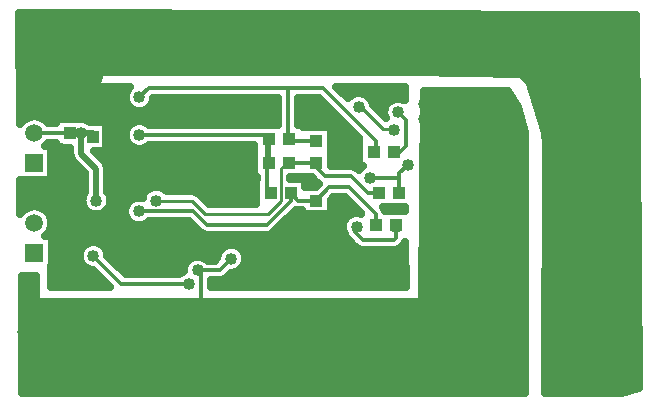
<source format=gbl>
G04 DipTrace 3.0.0.2*
G04 silbasmp6531BIG.GBL*
%MOIN*%
G04 #@! TF.FileFunction,Copper,L2,Bot*
G04 #@! TF.Part,Single*
G04 #@! TA.AperFunction,Conductor*
%ADD10C,0.009843*%
%ADD14C,0.012992*%
%ADD15C,0.019685*%
G04 #@! TA.AperFunction,CopperBalancing*
%ADD16C,0.025*%
%ADD17R,0.03937X0.043307*%
G04 #@! TA.AperFunction,ComponentPad*
%ADD19C,0.062992*%
%ADD20R,0.062992X0.062992*%
%ADD22R,0.043307X0.03937*%
G04 #@! TA.AperFunction,ComponentPad*
%ADD24R,0.059055X0.059055*%
%ADD25C,0.059055*%
%ADD27R,0.19685X0.19685*%
G04 #@! TA.AperFunction,ViaPad*
%ADD37C,0.04*%
%FSLAX26Y26*%
G04*
G70*
G90*
G75*
G01*
G04 Bottom*
%LPD*%
X1699814Y1293925D2*
D10*
Y1295278D1*
X1662318D1*
X1587325Y1370270D1*
X1581076D1*
X1716748Y1082801D2*
D14*
Y1149730D1*
X1743559Y1176541D1*
X1716748Y1082801D2*
Y1133085D1*
X1617727D1*
X612428Y820328D2*
D10*
X624928D1*
X981672Y977797D2*
X930794Y926919D1*
X749915Y932816D2*
Y864075D1*
X868651Y870323D2*
X856154D1*
X849904Y876572D1*
X656173Y1345273D2*
X687420D1*
X682984Y1349709D1*
X694576Y1338117D1*
X693669Y1337210D1*
X682984Y1349709D2*
X618677D1*
X1443591Y1314026D2*
X1468588Y1339024D1*
X1180192Y1054159D2*
Y1132795D1*
X1449840Y828890D2*
Y820328D1*
X1387346D1*
X1368598Y839076D1*
X1506084Y1182790D2*
D14*
Y1257782D1*
X1439155Y1057803D2*
X1379283D1*
X1354286Y1082801D1*
Y1056307D1*
X1274541Y976562D1*
X1074879D1*
X1029748Y1021693D1*
X848795D1*
X1637320Y976562D2*
Y1014058D1*
X1549829Y1101549D1*
X1482900D1*
X1439155Y1057803D1*
X1706063Y970312D2*
X1704249D1*
Y976562D1*
X1574827Y970312D2*
X1568577D1*
Y951564D1*
X1593575Y926567D1*
X1699814D1*
X1706063Y932816D1*
Y974748D1*
X1704249Y976562D1*
X656173Y1282780D2*
X618677D1*
X656173D2*
D15*
X693669D1*
Y1270281D1*
X706168Y1057803D2*
Y1164042D1*
X656173Y1214037D1*
Y1282780D1*
X1015022Y779219D2*
D14*
X790046D1*
X696306Y872959D1*
X618677Y1282780D2*
X499950D1*
X499940Y1282790D1*
X1698000Y1220286D2*
X1718562D1*
X1737310Y1239034D1*
Y1326525D1*
X1712312Y1351522D1*
X1156121Y864073D2*
X1116873Y824825D1*
X1055713D1*
X1044345D1*
X1055713D2*
Y682424D1*
X1037383Y664094D1*
X1043633D1*
X1348037Y1182790D2*
D10*
X1339975D1*
X1321364Y1164178D1*
Y1057604D1*
X1277818Y1014058D1*
X1068630D1*
X1024885Y1057803D1*
X906147D1*
X1439155Y1182790D2*
D14*
X1348037D1*
X1649819Y1082801D2*
X1612323D1*
X1556079Y1139045D1*
X1468588D1*
X1437341Y1170291D1*
Y1180976D1*
X1439155Y1182790D1*
Y1257782D2*
X1354286D1*
X1348037Y1264031D1*
X849903Y1401517D2*
X881150Y1432764D1*
X1345168D1*
X1462339D1*
X1637320Y1257782D1*
Y1220286D1*
X1631071D1*
X1345168Y1432764D2*
Y1266900D1*
X1348037Y1264031D1*
X1281108D2*
X1274858D1*
Y1082801D1*
X1287357D1*
X1281108Y1182790D2*
Y1264031D1*
X849903Y1276530D2*
X1274858D1*
Y1264031D1*
D37*
X1699814Y1293925D3*
X1581076Y1370270D3*
X1743559Y1176541D3*
X1617727Y1133085D3*
X612428Y820328D3*
X981672Y977797D3*
X749915Y932816D3*
X868651Y870323D3*
X656173Y1345273D3*
X1443591Y1314026D3*
X1180192Y1054159D3*
X1449840Y828890D3*
X848795Y1021693D3*
X1706063Y970312D3*
X1574827D3*
X656173Y1282780D3*
D3*
X706168Y1057803D3*
X656173Y1282780D3*
X1015022Y779219D3*
X696306Y872959D3*
X1712312Y1351522D3*
X1156121Y864073D3*
X1044345Y824825D3*
X906147Y1057803D3*
X849903Y1401517D3*
Y1276530D3*
X1853412Y1330138D3*
X1903406D3*
X1797168Y1380134D3*
Y1330138D3*
X1965899D3*
X2022143D3*
X2072139Y1386382D3*
Y1330138D3*
X2067665Y1051812D3*
X512438Y682843D3*
X749913Y1657740D3*
X787409Y1651491D3*
X2283891Y1384175D3*
X2230348Y1321669D3*
X2286605D3*
X2342655Y1321203D3*
X2405154D3*
X2463420Y1321184D3*
X837404Y1651491D3*
X881150D3*
X924895D3*
X968640D3*
X1028451Y492726D3*
X2340585Y1384175D3*
X2230348D3*
X1078451Y492726D3*
X2067665Y995563D3*
Y933063D3*
X2084636Y442731D3*
X1128451Y492726D3*
X1178451D3*
X1228450D3*
X1278450D3*
X1328450D3*
X1378451D3*
X1811417Y870562D3*
X2002067Y870711D3*
X1939567D3*
X1870818Y870710D3*
X2234622Y930180D3*
Y880181D3*
X2284622Y880180D3*
X2349745Y439118D3*
X2384622Y880180D3*
X2434621D3*
X1018635Y1651491D3*
X1428451Y492726D3*
X1478451D3*
X1056131Y1645241D3*
X1099877D3*
X1143622Y1651491D3*
X1199866Y1645241D3*
X1237362Y1651491D3*
X2284622Y930180D3*
X2084636Y555219D3*
Y498975D3*
X1287357Y1651491D3*
X1349850Y1645241D3*
X1815916Y480227D3*
Y430234D3*
X1734675Y517724D3*
X1815916Y530223D3*
X1672180Y517724D3*
X1609686D3*
X1551286Y515562D3*
X1399845Y1645241D3*
X1449840D3*
X1499835Y1651491D3*
X1549829D3*
X1599824D3*
X1651987Y1656367D3*
X599929Y1670239D3*
X2347110Y486478D3*
X2290866Y492727D3*
X499940Y1651491D3*
X493690Y1613995D3*
X481192Y1551501D3*
X681171Y1626493D3*
X481192Y432869D3*
X549934D3*
X612428D3*
X2231008Y445367D3*
X2287252Y439118D3*
X2234622Y492727D3*
X568682Y682843D3*
X574932Y620349D3*
X468693Y676593D3*
X697283Y480228D3*
X524937Y620349D3*
X753528Y480228D3*
X803521D3*
X653538D3*
X847268D3*
X897261D3*
X462444Y620349D3*
X522751Y1547818D3*
X531186Y1670239D3*
X666035Y1561364D3*
X643675Y1495257D3*
X678535Y1655105D3*
X1393596Y1320276D3*
Y1382769D3*
X1799491Y1399009D2*
D16*
X2090194D1*
X1799345Y1374140D2*
X2105282D1*
X1799198Y1349272D2*
X2113974D1*
X1799100Y1324403D2*
X2121054D1*
X1798954Y1299534D2*
X2128182D1*
X1798856Y1274665D2*
X2132283D1*
X1798710Y1249797D2*
X2132283D1*
X1798563Y1224928D2*
X2132283D1*
X1798466Y1200059D2*
X2132283D1*
X1798319Y1175190D2*
X2132283D1*
X1798222Y1150322D2*
X2132283D1*
X1798075Y1125453D2*
X2132283D1*
X1797929Y1100584D2*
X2132235D1*
X1797831Y1075715D2*
X2132235D1*
X1797684Y1050846D2*
X2132235D1*
X1797538Y1025978D2*
X2132235D1*
X1797440Y1001109D2*
X2132235D1*
X1797294Y976240D2*
X2132235D1*
X1797196Y951371D2*
X2132235D1*
X1797050Y926503D2*
X2132235D1*
X1796903Y901634D2*
X2132235D1*
X1796806Y876765D2*
X2132235D1*
X1796659Y851896D2*
X2132235D1*
X1796562Y827028D2*
X2132186D1*
X462308Y802159D2*
X501522D1*
X1796415D2*
X2132186D1*
X462308Y777290D2*
X502303D1*
X1796268D2*
X2132186D1*
X462308Y752421D2*
X503085D1*
X1796171D2*
X2132186D1*
X462308Y727552D2*
X503866D1*
X1796024D2*
X2132186D1*
X462308Y702684D2*
X2132186D1*
X462308Y677815D2*
X2132186D1*
X462308Y652946D2*
X2132186D1*
X462308Y628077D2*
X2132186D1*
X462308Y603209D2*
X2132186D1*
X462308Y578340D2*
X2132186D1*
X462308Y553471D2*
X2132138D1*
X462308Y528602D2*
X2132138D1*
X462308Y503734D2*
X2132138D1*
X462308Y478865D2*
X2132138D1*
X462308Y453996D2*
X2132138D1*
X462308Y429127D2*
X2132138D1*
X1793543Y733133D2*
X1792944Y728975D1*
X1791168Y725490D1*
X1788403Y722724D1*
X1784917Y720949D1*
X1781055Y720337D1*
X516732Y720491D1*
X513013Y721699D1*
X509849Y723999D1*
X507550Y727163D1*
X506341Y730882D1*
X504253Y794919D1*
X503934Y805217D1*
X459808Y805192D1*
Y417735D1*
X2134634Y417738D1*
X2134790Y1285113D1*
X2110717Y1369339D1*
X2077605Y1423871D1*
X1797104Y1423814D1*
X1793391Y730819D1*
X1792164Y727105D1*
X1789849Y723953D1*
X1786673Y721671D1*
X1782948Y720482D1*
X1780696Y720350D1*
X452617Y1657867D2*
X2503721D1*
X452715Y1632999D2*
X2503916D1*
X452861Y1608130D2*
X2504111D1*
X452959Y1583261D2*
X2504307D1*
X453105Y1558392D2*
X2504502D1*
X453203Y1533524D2*
X2504697D1*
X453301Y1508655D2*
X2504892D1*
X453447Y1483786D2*
X715635D1*
X1902422D2*
X2505088D1*
X453545Y1458917D2*
X709385D1*
X2145195D2*
X2505283D1*
X453691Y1434049D2*
X814170D1*
X1510185D2*
X1732236D1*
X2159404D2*
X2505478D1*
X453789Y1409180D2*
X801523D1*
X1535039D2*
X1553135D1*
X1609014D2*
X1732334D1*
X2167070D2*
X2505674D1*
X453887Y1384311D2*
X804209D1*
X895586D2*
X1309678D1*
X1380644D2*
X1461680D1*
X1627910D2*
X1676865D1*
X2174687D2*
X2505869D1*
X454033Y1359442D2*
X827646D1*
X872197D2*
X1309678D1*
X1380644D2*
X1486533D1*
X1645049D2*
X1664023D1*
X2182353D2*
X2506064D1*
X454131Y1334573D2*
X476084D1*
X523808D2*
X1309678D1*
X1380644D2*
X1511387D1*
X2190019D2*
X2506260D1*
X742363Y1309705D2*
X814853D1*
X884990D2*
X1230478D1*
X1398662D2*
X1536240D1*
X2197637D2*
X2506455D1*
X742363Y1284836D2*
X801670D1*
X1489824D2*
X1561142D1*
X2205303D2*
X2506650D1*
X742363Y1259967D2*
X803965D1*
X1489824D2*
X1580430D1*
X2206035D2*
X2506846D1*
X558476Y1235098D2*
X569964D1*
X742363D2*
X826328D1*
X873516D2*
X1230478D1*
X1489824D2*
X1580430D1*
X2206035D2*
X2506992D1*
X558476Y1210230D2*
X617539D1*
X713848D2*
X1230478D1*
X1489824D2*
X1580430D1*
X2206035D2*
X2507187D1*
X558476Y1185361D2*
X630967D1*
X738066D2*
X1230478D1*
X1489824D2*
X1580430D1*
X2206035D2*
X2507383D1*
X558476Y1160492D2*
X655869D1*
X745000D2*
X1230478D1*
X2206035D2*
X2507578D1*
X558476Y1135623D2*
X667344D1*
X745000D2*
X1239365D1*
X1355254D2*
X1422861D1*
X2206035D2*
X2507773D1*
X455205Y1110755D2*
X667344D1*
X745000D2*
X1236728D1*
X1404912D2*
X1442978D1*
X2205986D2*
X2507969D1*
X455303Y1085886D2*
X666611D1*
X745732D2*
X866611D1*
X1041435D2*
X1236728D1*
X2205986D2*
X2508164D1*
X455400Y1061017D2*
X657285D1*
X755058D2*
X821494D1*
X1068584D2*
X1236728D1*
X1491484D2*
X1541221D1*
X2205986D2*
X2508359D1*
X455547Y1036148D2*
X480283D1*
X519609D2*
X662510D1*
X749785D2*
X802109D1*
X1489824D2*
X1566074D1*
X1664287D2*
X1733750D1*
X2205986D2*
X2508555D1*
X550713Y1011280D2*
X800986D1*
X1358379D2*
X1550351D1*
X2205986D2*
X2508750D1*
X558330Y986411D2*
X816025D1*
X881572D2*
X1015879D1*
X1333525D2*
X1528721D1*
X2205986D2*
X2508945D1*
X554277Y961542D2*
X1040781D1*
X1308672D2*
X1526670D1*
X2205986D2*
X2509141D1*
X558476Y936673D2*
X1536680D1*
X2205986D2*
X2509336D1*
X561406Y911804D2*
X668271D1*
X724346D2*
X1559189D1*
X2205986D2*
X2509531D1*
X560967Y886936D2*
X649473D1*
X743144D2*
X1113144D1*
X1199101D2*
X1734336D1*
X2205986D2*
X2509726D1*
X560527Y862067D2*
X648594D1*
X756328D2*
X1014023D1*
X1074687D2*
X1104990D1*
X1205058D2*
X1734433D1*
X2205937D2*
X2509922D1*
X560088Y837198D2*
X664072D1*
X781182D2*
X997031D1*
X1196562D2*
X1734482D1*
X2205937D2*
X2510117D1*
X559648Y812329D2*
X707822D1*
X806084D2*
X979892D1*
X1153496D2*
X1734580D1*
X2205937D2*
X2510312D1*
X559209Y787461D2*
X732676D1*
X1091191D2*
X1734678D1*
X2205937D2*
X2510508D1*
X2205937Y762592D2*
X2510703D1*
X2205937Y737723D2*
X2510898D1*
X2205937Y712854D2*
X2511094D1*
X2205937Y687986D2*
X2511289D1*
X2205937Y663117D2*
X2511484D1*
X2205937Y638248D2*
X2511680D1*
X2205937Y613379D2*
X2511875D1*
X2205889Y588510D2*
X2512070D1*
X2205889Y563642D2*
X2512266D1*
X2205889Y538773D2*
X2512461D1*
X2205889Y513904D2*
X2512656D1*
X2205889Y489035D2*
X2512851D1*
X2205889Y464167D2*
X2513047D1*
X2205889Y439298D2*
X2513242D1*
X1352771Y1128978D2*
X1402432D1*
Y1104026D1*
X1438715Y1103980D1*
X1447973Y1113274D1*
X1436423Y1124557D1*
X1424373Y1136607D1*
X1352774Y1136613D1*
X1378163Y1310208D2*
X1396183D1*
Y1304007D1*
X1487301Y1303959D1*
Y1171985D1*
X1558667Y1171931D1*
X1566273Y1170418D1*
X1573315Y1167172D1*
X1579405Y1162371D1*
X1579632Y1162126D1*
X1580613Y1161162D1*
X1584852Y1165960D1*
X1590400Y1170698D1*
X1595911Y1174113D1*
X1582925Y1174109D1*
Y1265534D1*
X1448646Y1399804D1*
X1378110Y1399776D1*
X1378156Y1310254D1*
X1697965Y1036642D2*
X1672965Y1036623D1*
X1669106Y1022739D1*
X1736329D1*
X1736245Y1036642D1*
X1661393Y1036623D1*
X1665447Y1031294D1*
X1668694Y1024252D1*
X1668801Y1023872D1*
X1668694Y1024252D1*
X1668801Y1023872D1*
X1627388Y1374633D2*
X1670202Y1331820D1*
X1667105Y1340669D1*
X1665964Y1347875D1*
Y1355170D1*
X1667105Y1362376D1*
X1669359Y1369314D1*
X1672671Y1375814D1*
X1676959Y1381717D1*
X1682118Y1386875D1*
X1688020Y1391163D1*
X1694521Y1394475D1*
X1701459Y1396730D1*
X1708665Y1397871D1*
X1715960D1*
X1723166Y1396730D1*
X1730104Y1394475D1*
X1734900Y1392118D1*
X1734672Y1436375D1*
X1505326D1*
X1543773Y1397982D1*
X1548201Y1403145D1*
X1553749Y1407883D1*
X1559969Y1411695D1*
X1566709Y1414487D1*
X1573803Y1416190D1*
X1581076Y1416762D1*
X1588349Y1416190D1*
X1595443Y1414487D1*
X1602183Y1411695D1*
X1608404Y1407883D1*
X1613951Y1403145D1*
X1618689Y1397598D1*
X1622501Y1391377D1*
X1625293Y1384637D1*
X1626996Y1377543D1*
X1627336Y1374669D1*
X664859Y1328418D2*
X670540Y1326996D1*
X677280Y1324204D1*
X683501Y1320392D1*
X685147Y1319095D1*
X664859Y1328418D1*
X670540Y1326996D1*
X677280Y1324204D1*
X683501Y1320392D1*
X700666Y1318426D1*
X739846D1*
Y1222135D1*
X699543Y1222052D1*
X733797Y1187640D1*
X737148Y1183027D1*
X739737Y1177947D1*
X741499Y1172524D1*
X742391Y1166893D1*
X742503Y1086845D1*
X747593Y1078910D1*
X750385Y1072170D1*
X752088Y1065076D1*
X752660Y1057803D1*
X752088Y1050530D1*
X750385Y1043436D1*
X747593Y1036696D1*
X743781Y1030476D1*
X739043Y1024928D1*
X733495Y1020190D1*
X727275Y1016378D1*
X720535Y1013587D1*
X713441Y1011883D1*
X706168Y1011311D1*
X698895Y1011883D1*
X691801Y1013587D1*
X685061Y1016378D1*
X678841Y1020190D1*
X673293Y1024928D1*
X668555Y1030476D1*
X664743Y1036696D1*
X661951Y1043436D1*
X660248Y1050530D1*
X659676Y1057803D1*
X660248Y1065076D1*
X661951Y1072170D1*
X664743Y1078910D1*
X668555Y1085131D1*
X669853Y1086777D1*
X669833Y1148965D1*
X628544Y1190439D1*
X625193Y1195052D1*
X622604Y1200132D1*
X620842Y1205555D1*
X619950Y1211186D1*
X619838Y1234593D1*
X572500Y1234634D1*
Y1249819D1*
X545191Y1249791D1*
X539552Y1243178D1*
X534581Y1238820D1*
X555959Y1238810D1*
Y1126770D1*
X452620D1*
X453140Y1013613D1*
X457342Y1019203D1*
X463558Y1025419D1*
X470669Y1030586D1*
X478502Y1034577D1*
X486862Y1037293D1*
X495544Y1038669D1*
X504335D1*
X513017Y1037293D1*
X521377Y1034577D1*
X529210Y1030586D1*
X536322Y1025419D1*
X542537Y1019203D1*
X547704Y1012092D1*
X551695Y1004259D1*
X554411Y995899D1*
X555787Y987217D1*
Y978426D1*
X554411Y969744D1*
X551695Y961384D1*
X547704Y953551D1*
X542537Y946440D1*
X536322Y940224D1*
X534581Y938852D1*
X555959Y938841D1*
X556158Y931310D1*
X558180Y927963D1*
X559069Y924154D1*
X556406Y770273D1*
X752328Y770335D1*
X696113Y826500D1*
X689033Y827040D1*
X681939Y828743D1*
X675199Y831535D1*
X668978Y835346D1*
X663431Y840084D1*
X658693Y845632D1*
X654881Y851852D1*
X652089Y858592D1*
X650386Y865686D1*
X649814Y872959D1*
X650386Y880232D1*
X652089Y887326D1*
X654881Y894066D1*
X658693Y900287D1*
X663431Y905834D1*
X668978Y910572D1*
X675199Y914384D1*
X681939Y917176D1*
X689033Y918879D1*
X696306Y919451D1*
X703579Y918879D1*
X710673Y917176D1*
X717413Y914384D1*
X723633Y910572D1*
X729181Y905834D1*
X733919Y900287D1*
X737731Y894066D1*
X740522Y887326D1*
X742226Y880232D1*
X742792Y873116D1*
X803705Y812213D1*
X982282Y812207D1*
X987695Y816832D1*
X993915Y820644D1*
X997913Y822424D1*
X997996Y828473D1*
X999138Y835679D1*
X1001392Y842617D1*
X1004704Y849118D1*
X1008992Y855020D1*
X1014151Y860178D1*
X1020053Y864467D1*
X1026553Y867779D1*
X1033492Y870033D1*
X1040697Y871174D1*
X1047993D1*
X1055199Y870033D1*
X1062137Y867779D1*
X1068637Y864467D1*
X1074539Y860178D1*
X1077105Y857807D1*
X1103222Y857814D1*
X1109772Y867721D1*
X1110913Y874927D1*
X1113168Y881865D1*
X1116480Y888366D1*
X1120768Y894268D1*
X1125927Y899426D1*
X1131829Y903715D1*
X1138329Y907027D1*
X1145267Y909281D1*
X1152473Y910422D1*
X1159768D1*
X1166974Y909281D1*
X1173913Y907027D1*
X1180413Y903715D1*
X1186315Y899426D1*
X1191474Y894268D1*
X1195762Y888366D1*
X1199074Y881865D1*
X1201328Y874927D1*
X1202470Y867721D1*
Y860426D1*
X1201328Y853220D1*
X1199074Y846282D1*
X1195762Y839781D1*
X1191474Y833879D1*
X1186315Y828721D1*
X1180413Y824432D1*
X1173913Y821120D1*
X1166974Y818866D1*
X1159768Y817725D1*
X1156277Y817588D1*
X1138297Y799741D1*
X1131849Y795433D1*
X1124574Y792749D1*
X1116873Y791837D1*
X1116539Y791850D1*
X1088699Y791837D1*
X1088701Y770284D1*
X1737289Y770335D1*
X1736540Y920192D1*
X1732751Y913426D1*
X1729389Y909490D1*
X1719204Y899879D1*
X1712438Y896090D1*
X1704974Y893985D1*
X1699814Y893579D1*
X1590987Y893680D1*
X1583381Y895193D1*
X1576339Y898440D1*
X1570249Y903241D1*
X1570022Y903486D1*
X1543493Y930140D1*
X1539185Y936588D1*
X1536501Y943863D1*
X1535186Y946020D1*
X1531874Y952521D1*
X1529619Y959459D1*
X1528478Y966665D1*
Y973960D1*
X1529619Y981166D1*
X1531874Y988104D1*
X1535186Y994604D1*
X1539474Y1000507D1*
X1544633Y1005665D1*
X1550535Y1009953D1*
X1557035Y1013265D1*
X1563973Y1015520D1*
X1571179Y1016661D1*
X1578475D1*
X1585680Y1015520D1*
X1589180Y1014533D1*
X1587477Y1017248D1*
X1536136Y1068589D1*
X1496558Y1068560D1*
X1487271Y1059267D1*
X1487301Y1011626D1*
X1391010D1*
Y1024858D1*
X1376695Y1024917D1*
X1371203Y1025833D1*
X1368773Y1024142D1*
X1295965Y951477D1*
X1289517Y947169D1*
X1282242Y944485D1*
X1274541Y943573D1*
X1274207Y943586D1*
X1072291Y943675D1*
X1064685Y945188D1*
X1057643Y948435D1*
X1051553Y953235D1*
X1051326Y953481D1*
X1016094Y988694D1*
X881555Y988705D1*
X876123Y984080D1*
X869902Y980268D1*
X863162Y977476D1*
X856068Y975773D1*
X848795Y975201D1*
X841522Y975773D1*
X834428Y977476D1*
X827688Y980268D1*
X821468Y984080D1*
X815920Y988818D1*
X811182Y994366D1*
X807370Y1000586D1*
X804579Y1007326D1*
X802876Y1014420D1*
X802303Y1021693D1*
X802876Y1028966D1*
X804579Y1036060D1*
X807370Y1042800D1*
X811182Y1049020D1*
X815920Y1054568D1*
X821468Y1059306D1*
X827688Y1063118D1*
X834428Y1065910D1*
X841522Y1067613D1*
X848795Y1068185D1*
X856068Y1067613D1*
X860513Y1066657D1*
X863194Y1075595D1*
X866506Y1082095D1*
X870794Y1087997D1*
X875953Y1093156D1*
X881855Y1097444D1*
X888355Y1100756D1*
X895294Y1103011D1*
X902499Y1104152D1*
X909795D1*
X917000Y1103011D1*
X923939Y1100756D1*
X930439Y1097444D1*
X936341Y1093156D1*
X940387Y1089202D1*
X1027349Y1089120D1*
X1034592Y1087679D1*
X1041298Y1084588D1*
X1047097Y1080016D1*
X1047326Y1079768D1*
X1081658Y1045455D1*
X1239187Y1045471D1*
X1239211Y1128978D1*
X1241897D1*
X1241753Y1136613D1*
X1232962D1*
Y1243587D1*
X882622Y1243542D1*
X877230Y1238917D1*
X871010Y1235105D1*
X864270Y1232314D1*
X857176Y1230610D1*
X849903Y1230038D1*
X842630Y1230610D1*
X835536Y1232314D1*
X828796Y1235105D1*
X822576Y1238917D1*
X817028Y1243655D1*
X812290Y1249203D1*
X808478Y1255423D1*
X805686Y1262163D1*
X803983Y1269257D1*
X803411Y1276530D1*
X803983Y1283803D1*
X805686Y1290897D1*
X808478Y1297637D1*
X812290Y1303858D1*
X817028Y1309405D1*
X822576Y1314143D1*
X828796Y1317955D1*
X835536Y1320747D1*
X842630Y1322450D1*
X849903Y1323022D1*
X857176Y1322450D1*
X864270Y1320747D1*
X871010Y1317955D1*
X877230Y1314143D1*
X882663Y1309512D1*
X1232960Y1309518D1*
X1232962Y1310208D1*
X1312210D1*
X1312180Y1399762D1*
X896389Y1399776D1*
X895110Y1390664D1*
X892856Y1383725D1*
X889544Y1377225D1*
X885256Y1371323D1*
X880097Y1366164D1*
X874195Y1361876D1*
X867695Y1358564D1*
X860756Y1356310D1*
X853551Y1355168D1*
X846255D1*
X839050Y1356310D1*
X832111Y1358564D1*
X825611Y1361876D1*
X819709Y1366164D1*
X814550Y1371323D1*
X810262Y1377225D1*
X806950Y1383725D1*
X804695Y1390664D1*
X803554Y1397869D1*
Y1405165D1*
X804695Y1412370D1*
X806950Y1419309D1*
X810262Y1425809D1*
X814550Y1431711D1*
X819196Y1436396D1*
X720324Y1436529D1*
X716605Y1437738D1*
X713441Y1440036D1*
X711142Y1443200D1*
X709933Y1446920D1*
Y1450831D1*
X717027Y1478766D1*
X719102Y1482081D1*
X722099Y1484593D1*
X725726Y1486056D1*
X728530Y1486374D1*
X1759882Y1486160D1*
X2118049Y1479935D1*
X2121747Y1478663D1*
X2124946Y1476228D1*
X2151059Y1450557D1*
X2152878Y1447095D1*
X2203413Y1282348D1*
X2203531Y1243084D1*
X2203377Y417735D1*
X2457969D1*
X2515805Y433521D1*
X2506074Y1676533D1*
X449944Y1682699D1*
X451745Y1311363D1*
X457342Y1319172D1*
X463558Y1325388D1*
X470669Y1330555D1*
X478502Y1334545D1*
X486862Y1337262D1*
X495544Y1338637D1*
X504335D1*
X513017Y1337262D1*
X521377Y1334545D1*
X529210Y1330555D1*
X536322Y1325388D1*
X542537Y1319172D1*
X545229Y1315758D1*
X572460Y1315768D1*
X572500Y1330925D1*
X664854D1*
Y1328435D1*
X670540Y1326996D1*
X677280Y1324204D1*
X683501Y1320392D1*
X685147Y1319095D1*
X696520Y1319002D1*
X683501Y1320392D1*
X685147Y1319095D1*
X696520Y1319002D1*
X699353Y1318667D1*
D17*
X693669Y1270281D3*
Y1337210D3*
X618677Y1282780D3*
Y1349709D3*
D19*
X2328362Y886436D3*
D20*
X2078362D3*
D24*
X499940Y882822D3*
D25*
Y982822D3*
Y1082822D3*
D24*
Y1182790D3*
D25*
Y1282790D3*
Y1382790D3*
D27*
X581181Y1582748D3*
X549934Y532858D3*
X1934654Y523972D3*
X2315862Y517723D3*
D22*
X1287357Y1082801D3*
X1354286D3*
X1281108Y1182790D3*
X1348037D3*
X1281108Y1264031D3*
X1348037D3*
X1637320Y976562D3*
X1704249D3*
X1649819Y1082801D3*
X1716748D3*
X1631071Y1220286D3*
X1698000D3*
X1506084Y1057803D3*
X1439155D3*
X1506084Y1182790D3*
X1439155D3*
X1506084Y1257782D3*
X1439155D3*
M02*

</source>
